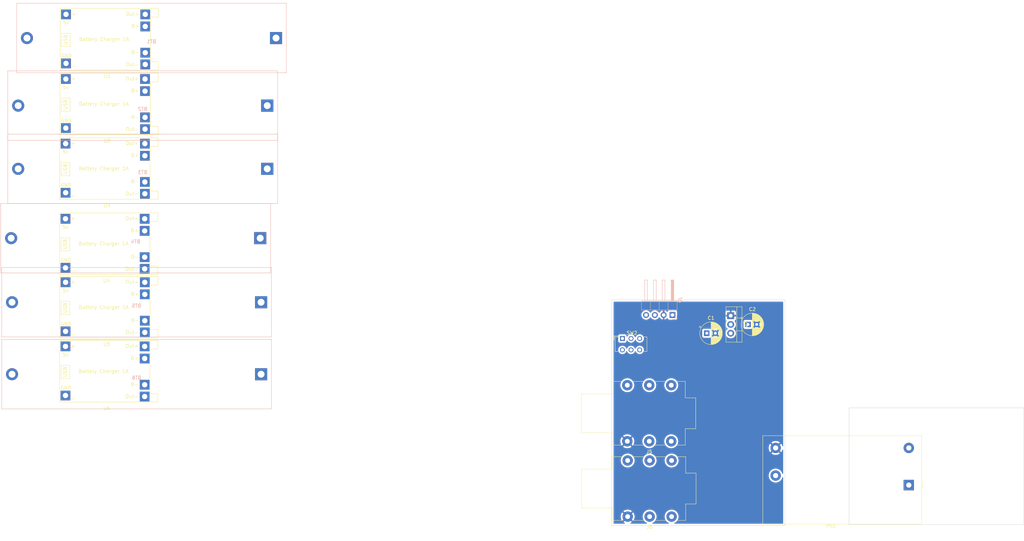
<source format=kicad_pcb>
(kicad_pcb (version 20211014) (generator pcbnew)
  (layers (0 "F.Cu" signal) (31 "B.Cu" signal) (34 "B.Paste" user) (35 "F.Paste" user) (36 "B.SilkS" user "B.Silkscreen") (37 "F.SilkS" user "F.Silkscreen") (38 "B.Mask" user) (39 "F.Mask" user) (44 "Edge.Cuts" user))
  (net 0 "")
  (net 3 "Net-(U1-Pad4)")
  (net 6 "GND")
  (net 9 "Net-(U4-Pad4)")
  (net 12 "Net-(U5-Pad4)")
  (net 20 "Audio_L")
  (net 25 "Audio_R")
  (net 27 "+12VA")
  (net 28 "GNDA")
  (net 29 "-12VA")
  (net 30 "-12V")
  (net 31 "+4V")
  (net 32 "+12V")
  (net 33 "+3V3")
  (net 34 "Net-(J7-Pad1)")
  (net 37 "Net-(J7-Pad3)")
  (net 38 "Net-(BT1-Pad1)")
  (net 39 "Net-(BT1-Pad2)")
  (net 40 "Net-(BT2-Pad1)")
  (net 41 "Net-(BT2-Pad2)")
  (net 42 "Net-(BT3-Pad1)")
  (net 43 "Net-(BT3-Pad2)")
  (net 44 "Net-(BT4-Pad1)")
  (net 45 "Net-(BT4-Pad2)")
  (net 46 "Net-(BT5-Pad1)")
  (net 47 "Net-(BT5-Pad2)")
  (net 48 "Net-(BT6-Pad1)")
  (net 49 "Net-(BT6-Pad2)")
  (net 50 "Net-(C1-Pad1)")
  (net 51 "GNDPWR")
  (net 52 "AC")
  (net 53 "+5V")
  (net 54 "Net-(J8-Pad3)")
  (footprint "Package_TO_SOT_THT:TO-220-3_Vertical" (layer "F.Cu") (at 108.529 89.916 -90)
    (fp_text reference "U7" (at 2.54 -4.27 90) (layer "F.SilkS"))
    (fp_text value "LD1086V33-DG")
    (pad "1" thru_hole rect (at 0 0 270) (size 1.905 2) (drill 1.1) (layers *.Cu *.Mask) (net 6 "GND"))
    (pad "2" thru_hole oval (at 2.54 0 270) (size 1.905 2) (drill 1.1) (layers *.Cu *.Mask) (net 33 "+3V3"))
    (pad "3" thru_hole oval (at 5.08 0 270) (size 1.905 2) (drill 1.1) (layers *.Cu *.Mask) (net 50 "Net-(C1-Pad1)"))
  )
  (footprint "tp4056:TP4056" (layer "F.Cu") (at -85.3849 19.7371)
    (fp_text reference "U2" (at 13.6 19.6) (layer "F.SilkS"))
    (fp_text value "TP4056")
    (fp_text user "Out-" (at 20.9 16.2) (layer "F.SilkS"))
    (fp_text user "Battery Charger 1A" (at 12.7 8.9) (layer "F.SilkS"))
    (fp_text user "B+" (at 21.7 5.1) (layer "F.SilkS"))
    (fp_text user "B-" (at 21.7 12.7) (layer "F.SilkS"))
    (fp_text user "Out+" (at 20.9 1.6) (layer "F.SilkS"))
    (fp_text user "USB" (at 1.6 9.1 90) (layer "F.SilkS"))
    (fp_text user "+" (at 3.9 1.6) (layer "F.SilkS"))
    (fp_text user "5v" (at 1.7 4.1) (layer "F.SilkS"))
    (fp_text user "-" (at 4 16.8) (layer "F.SilkS"))
    (fp_text user "GND" (at 1.8 13.7) (layer "F.SilkS"))
    (pad "1" thru_hole rect locked (at 1.7 1.7) (size 2.8 2.8) (drill 1.54) (layers *.Cu *.Mask))
    (pad "2" thru_hole rect locked (at 1.7 15.9) (size 2.8 2.8) (drill 1.54) (layers *.Cu *.Mask))
    (pad "3" thru_hole rect locked (at 24.6 1.7) (size 2.8 2.8) (drill 1.54) (layers *.Cu *.Mask) (net 3 "Net-(U1-Pad4)"))
    (pad "4" thru_hole rect locked (at 24.6 16.2) (size 2.8 2.8) (drill 1.54) (layers *.Cu *.Mask) (net 54 "Net-(J8-Pad3)"))
    (pad "5" thru_hole rect locked (at 24.6 5.2) (size 2.8 2.8) (drill 1.54) (layers *.Cu *.Mask) (net 40 "Net-(BT2-Pad1)"))
    (pad "6" thru_hole rect locked (at 24.6 12.8) (size 2.8 2.8) (drill 1.54) (layers *.Cu *.Mask) (net 41 "Net-(BT2-Pad2)"))
  )
  (footprint "tp4056:TP4056" (layer "F.Cu") (at -85.3242 1.0186)
    (fp_text reference "U1" (at 13.6 19.6) (layer "F.SilkS"))
    (fp_text value "TP4056")
    (fp_text user "-" (at 4 16.8) (layer "F.SilkS"))
    (fp_text user "B+" (at 21.7 5.1) (layer "F.SilkS"))
    (fp_text user "GND" (at 1.8 13.7) (layer "F.SilkS"))
    (fp_text user "USB" (at 1.6 9.1 90) (layer "F.SilkS"))
    (fp_text user "Out-" (at 20.9 16.2) (layer "F.SilkS"))
    (fp_text user "5v" (at 1.7 4.1) (layer "F.SilkS"))
    (fp_text user "Battery Charger 1A" (at 12.7 8.9) (layer "F.SilkS"))
    (fp_text user "B-" (at 21.7 12.7) (layer "F.SilkS"))
    (fp_text user "Out+" (at 20.9 1.6) (layer "F.SilkS"))
    (fp_text user "+" (at 3.9 1.6) (layer "F.SilkS"))
    (pad "1" thru_hole rect locked (at 1.7 1.7) (size 2.8 2.8) (drill 1.54) (layers F&B.Cu *.Mask))
    (pad "2" thru_hole rect locked (at 1.7 15.9) (size 2.8 2.8) (drill 1.54) (layers F&B.Cu *.Mask))
    (pad "3" thru_hole rect locked (at 24.6 1.7) (size 2.8 2.8) (drill 1.54) (layers F&B.Cu *.Mask) (net 27 "+12VA"))
    (pad "4" thru_hole rect locked (at 24.6 16.2) (size 2.8 2.8) (drill 1.54) (layers F&B.Cu *.Mask) (net 3 "Net-(U1-Pad4)"))
    (pad "5" thru_hole rect locked (at 24.6 5.2) (size 2.8 2.8) (drill 1.54) (layers F&B.Cu *.Mask) (net 38 "Net-(BT1-Pad1)"))
    (pad "6" thru_hole rect locked (at 24.6 12.8) (size 2.8 2.8) (drill 1.54) (layers F&B.Cu *.Mask) (net 39 "Net-(BT1-Pad2)"))
  )
  (footprint "Capacitor_THT:CP_Radial_D6.3mm_P2.50mm" (layer "F.Cu") (at 113.538 92.456)
    (fp_text reference "C2" (at 1.25 -4.4) (layer "F.SilkS"))
    (fp_text value "C_Polarized")
    (pad "1" thru_hole rect (at 0 0) (size 1.6 1.6) (drill 0.8) (layers *.Cu *.Mask) (net 33 "+3V3"))
    (pad "2" thru_hole circle (at 2.5 0) (size 1.6 1.6) (drill 0.8) (layers *.Cu *.Mask) (net 6 "GND"))
  )
  (footprint "Button_Switch_THT:SW_CuK_JS202011CQN_DPDT_Straight" (layer "F.Cu") (at 77.216 96.52)
    (fp_text reference "SW2" (at 2.75 -1.6) (layer "F.SilkS"))
    (fp_text value "Enable Amp")
    (pad "1" thru_hole rect (at 0 0) (size 1.4 1.4) (drill 0.9) (layers *.Cu *.Mask) (net 34 "Net-(J7-Pad1)"))
    (pad "2" thru_hole circle (at 2.5 0) (size 1.4 1.4) (drill 0.9) (layers *.Cu *.Mask) (net 32 "+12V"))
    (pad "3" thru_hole circle (at 5 0) (size 1.4 1.4) (drill 0.9) (layers *.Cu *.Mask))
    (pad "4" thru_hole circle (at 0 3.3) (size 1.4 1.4) (drill 0.9) (layers *.Cu *.Mask))
    (pad "5" thru_hole circle (at 2.5 3.3) (size 1.4 1.4) (drill 0.9) (layers *.Cu *.Mask) (net 30 "-12V"))
    (pad "6" thru_hole circle (at 5 3.3) (size 1.4 1.4) (drill 0.9) (layers *.Cu *.Mask) (net 37 "Net-(J7-Pad3)"))
  )
  (footprint "tp4056:TP4056" (layer "F.Cu") (at -85.4865 60.1739)
    (fp_text reference "U4" (at 13.6 19.6) (layer "F.SilkS"))
    (fp_text value "TP4056")
    (fp_text user "GND" (at 1.8 13.7) (layer "F.SilkS"))
    (fp_text user "Out-" (at 20.9 16.2) (layer "F.SilkS"))
    (fp_text user "USB" (at 1.6 9.1 90) (layer "F.SilkS"))
    (fp_text user "-" (at 4 16.8) (layer "F.SilkS"))
    (fp_text user "5v" (at 1.7 4.1) (layer "F.SilkS"))
    (fp_text user "Out+" (at 20.9 1.6) (layer "F.SilkS"))
    (fp_text user "Battery Charger 1A" (at 12.7 8.9) (layer "F.SilkS"))
    (fp_text user "B+" (at 21.7 5.1) (layer "F.SilkS"))
    (fp_text user "+" (at 3.9 1.6) (layer "F.SilkS"))
    (fp_text user "B-" (at 21.7 12.7) (layer "F.SilkS"))
    (pad "1" thru_hole rect locked (at 1.7 1.7) (size 2.8 2.8) (drill 1.54) (layers *.Cu *.Mask))
    (pad "2" thru_hole rect locked (at 1.7 15.9) (size 2.8 2.8) (drill 1.54) (layers *.Cu *.Mask))
    (pad "3" thru_hole rect locked (at 24.6 1.7) (size 2.8 2.8) (drill 1.54) (layers *.Cu *.Mask) (net 28 "GNDA"))
    (pad "4" thru_hole rect locked (at 24.6 16.2) (size 2.8 2.8) (drill 1.54) (layers *.Cu *.Mask) (net 9 "Net-(U4-Pad4)"))
    (pad "5" thru_hole rect locked (at 24.6 5.2) (size 2.8 2.8) (drill 1.54) (layers *.Cu *.Mask) (net 44 "Net-(BT4-Pad1)"))
    (pad "6" thru_hole rect locked (at 24.6 12.8) (size 2.8 2.8) (drill 1.54) (layers *.Cu *.Mask) (net 45 "Net-(BT4-Pad2)"))
  )
  (footprint "tp4056:TP4056" (layer "F.Cu") (at -85.453 78.559)
    (fp_text reference "U5" (at 13.6 19.6) (layer "F.SilkS"))
    (fp_text value "TP4056")
    (fp_text user "+" (at 3.9 1.6) (layer "F.SilkS"))
    (fp_text user "Out-" (at 20.9 16.2) (layer "F.SilkS"))
    (fp_text user "B+" (at 21.7 5.1) (layer "F.SilkS"))
    (fp_text user "GND" (at 1.8 13.7) (layer "F.SilkS"))
    (fp_text user "USB" (at 1.6 9.1 90) (layer "F.SilkS"))
    (fp_text user "Battery Charger 1A" (at 12.7 8.9) (layer "F.SilkS"))
    (fp_text user "Out+" (at 20.9 1.6) (layer "F.SilkS"))
    (fp_text user "B-" (at 21.7 12.7) (layer "F.SilkS"))
    (fp_text user "-" (at 4 16.8) (layer "F.SilkS"))
    (fp_text user "5v" (at 1.7 4.1) (layer "F.SilkS"))
    (pad "1" thru_hole rect locked (at 1.7 1.7) (size 2.8 2.8) (drill 1.54) (layers *.Cu *.Mask))
    (pad "2" thru_hole rect locked (at 1.7 15.9) (size 2.8 2.8) (drill 1.54) (layers *.Cu *.Mask))
    (pad "3" thru_hole rect locked (at 24.6 1.7) (size 2.8 2.8) (drill 1.54) (layers *.Cu *.Mask) (net 9 "Net-(U4-Pad4)"))
    (pad "4" thru_hole rect locked (at 24.6 16.2) (size 2.8 2.8) (drill 1.54) (layers *.Cu *.Mask) (net 12 "Net-(U5-Pad4)"))
    (pad "5" thru_hole rect locked (at 24.6 5.2) (size 2.8 2.8) (drill 1.54) (layers *.Cu *.Mask) (net 46 "Net-(BT5-Pad1)"))
    (pad "6" thru_hole rect locked (at 24.6 12.8) (size 2.8 2.8) (drill 1.54) (layers *.Cu *.Mask) (net 47 "Net-(BT5-Pad2)"))
  )
  (footprint "Converter_ACDC:Converter_ACDC_MeanWell_IRM-05-xx_THT" (layer "F.Cu") (at 160.02 138.938 180)
    (fp_text reference "PS1" (at 22.42 -11.88) (layer "F.SilkS"))
    (fp_text value "IRM-05-5")
    (pad "1" thru_hole rect (at 0 0 180) (size 3 3) (drill 1.5) (layers *.Cu *.Mask) (net 51 "GNDPWR"))
    (pad "2" thru_hole circle (at 0 10.75 180) (size 3 3) (drill 1.5) (layers *.Cu *.Mask) (net 52 "AC"))
    (pad "3" thru_hole circle (at 38.5 10.75 180) (size 3 3) (drill 1.5) (layers *.Cu *.Mask) (net 6 "GND"))
    (pad "4" thru_hole circle (at 38.5 2.75 180) (size 3 3) (drill 1.5) (layers *.Cu *.Mask) (net 53 "+5V"))
  )
  (footprint "tp4056:TP4056" (layer "F.Cu") (at -85.4357 38.4315)
    (fp_text reference "U3" (at 13.6 19.6) (layer "F.SilkS"))
    (fp_text value "TP4056")
    (fp_text user "B+" (at 21.7 5.1) (layer "F.SilkS"))
    (fp_text user "-" (at 4 16.8) (layer "F.SilkS"))
    (fp_text user "+" (at 3.9 1.6) (layer "F.SilkS"))
    (fp_text user "Out-" (at 20.9 16.2) (layer "F.SilkS"))
    (fp_text user "USB" (at 1.6 9.1 90) (layer "F.SilkS"))
    (fp_text user "5v" (at 1.7 4.1) (layer "F.SilkS"))
    (fp_text user "B-" (at 21.7 12.7) (layer "F.SilkS"))
    (fp_text user "Out+" (at 20.9 1.6) (layer "F.SilkS"))
    (fp_text user "GND" (at 1.8 13.7) (layer "F.SilkS"))
    (fp_text user "Battery Charger 1A" (at 12.7 8.9) (layer "F.SilkS"))
    (pad "1" thru_hole rect locked (at 1.7 1.7) (size 2.8 2.8) (drill 1.54) (layers *.Cu *.Mask))
    (pad "2" thru_hole rect locked (at 1.7 15.9) (size 2.8 2.8) (drill 1.54) (layers *.Cu *.Mask))
    (pad "3" thru_hole rect locked (at 24.6 1.7) (size 2.8 2.8) (drill 1.54) (layers *.Cu *.Mask) (net 54 "Net-(J8-Pad3)"))
    (pad "4" thru_hole rect locked (at 24.6 16.2) (size 2.8 2.8) (drill 1.54) (layers *.Cu *.Mask) (net 28 "GNDA"))
    (pad "5" thru_hole rect locked (at 24.6 5.2) (size 2.8 2.8) (drill 1.54) (layers *.Cu *.Mask) (net 42 "Net-(BT3-Pad1)"))
    (pad "6" thru_hole rect locked (at 24.6 12.8) (size 2.8 2.8) (drill 1.54) (layers *.Cu *.Mask) (net 43 "Net-(BT3-Pad2)"))
  )
  (footprint "Connector_Audio:Jack_6.35mm_Neutrik_NMJ6HHD2_Horizontal" (layer "F.Cu") (at 91.44 148.056 180)
    (fp_text reference "J6" (at 6.35 -3) (layer "F.SilkS"))
    (fp_text value "Right")
    (pad "R" thru_hole circle (at 6.35 0 180) (size 3 3) (drill 1.4) (layers *.Cu *.Mask))
    (pad "RN" thru_hole circle (at 6.35 16.23 180) (size 3 3) (drill 1.4) (layers *.Cu *.Mask))
    (pad "S" thru_hole circle (at 12.7 0 180) (size 3 3) (drill 1.4) (layers *.Cu *.Mask) (net 6 "GND"))
    (pad "SN" thru_hole circle (at 12.7 16.23 180) (size 3 3) (drill 1.4) (layers *.Cu *.Mask))
    (pad "T" thru_hole circle (at 0 0 180) (size 3 3) (drill 1.4) (layers *.Cu *.Mask) (net 25 "Audio_R"))
    (pad "TN" thru_hole circle (at 0 16.23 180) (size 3 3) (drill 1.4) (layers *.Cu *.Mask))
  )
  (footprint "Capacitor_THT:CP_Radial_D6.3mm_P2.50mm" (layer "F.Cu") (at 101.6 94.996)
    (fp_text reference "C1" (at 1.25 -4.4) (layer "F.SilkS"))
    (fp_text value "C_Polarized")
    (pad "1" thru_hole rect (at 0 0) (size 1.6 1.6) (drill 0.8) (layers *.Cu *.Mask) (net 50 "Net-(C1-Pad1)"))
    (pad "2" thru_hole circle (at 2.5 0) (size 1.6 1.6) (drill 0.8) (layers *.Cu *.Mask) (net 6 "GND"))
  )
  (footprint "Connector_Audio:Jack_6.35mm_Neutrik_NMJ6HHD2_Horizontal" (layer "F.Cu") (at 91.3384 126.2628 180)
    (fp_text reference "J5" (at 6.35 -3) (layer "F.SilkS"))
    (fp_text value "Left")
    (pad "R" thru_hole circle (at 6.35 0 180) (size 3 3) (drill 1.4) (layers *.Cu *.Mask))
    (pad "RN" thru_hole circle (at 6.35 16.23 180) (size 3 3) (drill 1.4) (layers *.Cu *.Mask))
    (pad "S" thru_hole circle (at 12.7 0 180) (size 3 3) (drill 1.4) (layers *.Cu *.Mask) (net 6 "GND"))
    (pad "SN" thru_hole circle (at 12.7 16.23 180) (size 3 3) (drill 1.4) (layers *.Cu *.Mask))
    (pad "T" thru_hole circle (at 0 0 180) (size 3 3) (drill 1.4) (layers *.Cu *.Mask) (net 20 "Audio_L"))
    (pad "TN" thru_hole circle (at 0 16.23 180) (size 3 3) (drill 1.4) (layers *.Cu *.Mask))
  )
  (footprint "tp4056:TP4056" (layer "F.Cu") (at -85.4865 97.1055)
    (fp_text reference "U6" (at 13.6 19.6) (layer "F.SilkS"))
    (fp_text value "TP4056")
    (fp_text user "-" (at 4 16.8) (layer "F.SilkS"))
    (fp_text user "Out-" (at 20.9 16.2) (layer "F.SilkS"))
    (fp_text user "GND" (at 1.8 13.7) (layer "F.SilkS"))
    (fp_text user "5v" (at 1.7 4.1) (layer "F.SilkS"))
    (fp_text user "USB" (at 1.6 9.1 90) (layer "F.SilkS"))
    (fp_text user "B+" (at 21.7 5.1) (layer "F.SilkS"))
    (fp_text user "Battery Charger 1A" (at 12.7 8.9) (layer "F.SilkS"))
    (fp_text user "B-" (at 21.7 12.7) (layer "F.SilkS"))
    (fp_text user "Out+" (at 20.9 1.6) (layer "F.SilkS"))
    (fp_text user "+" (at 3.9 1.6) (layer "F.SilkS"))
    (pad "1" thru_hole rect locked (at 1.7 1.7) (size 2.8 2.8) (drill 1.54) (layers *.Cu *.Mask))
    (pad "2" thru_hole rect locked (at 1.7 15.9) (size 2.8 2.8) (drill 1.54) (layers *.Cu *.Mask))
    (pad "3" thru_hole rect locked (at 24.6 1.7) (size 2.8 2.8) (drill 1.54) (layers *.Cu *.Mask) (net 12 "Net-(U5-Pad4)"))
    (pad "4" thru_hole rect locked (at 24.6 16.2) (size 2.8 2.8) (drill 1.54) (layers *.Cu *.Mask) (net 29 "-12VA"))
    (pad "5" thru_hole rect locked (at 24.6 5.2) (size 2.8 2.8) (drill 1.54) (layers *.Cu *.Mask) (net 48 "Net-(BT6-Pad1)"))
    (pad "6" thru_hole rect locked (at 24.6 12.8) (size 2.8 2.8) (drill 1.54) (layers *.Cu *.Mask) (net 49 "Net-(BT6-Pad2)"))
  )
  (footprint "Battery:BatteryHolder_MPD_BH-18650-PC2" (layer "B.Cu") (at -27.2361 86.0311 180)
    (fp_text reference "BT5" (at 36 -1) (layer "B.SilkS") (effects (justify mirror)))
    (fp_text value "Battery_Cell")
    (pad "" np_thru_hole circle (at 64.255 0 180) (size 3.2 3.2) (drill 3.2) (layers *.Cu *.Mask))
    (pad "" np_thru_hole circle (at 8.645 0 180) (size 3.2 3.2) (drill 3.2) (layers *.Cu *.Mask))
    (pad "1" thru_hole rect (at 0 0 180) (size 3.5 3.5) (drill 2) (layers *.Cu *.Mask) (net 46 "Net-(BT5-Pad1)"))
    (pad "2" thru_hole circle (at 72 0 180) (size 3.5 3.5) (drill 2) (layers *.Cu *.Mask) (net 47 "Net-(BT5-Pad2)"))
  )
  (footprint "Battery:BatteryHolder_MPD_BH-18650-PC2" (layer "B.Cu") (at -25.4581 29.1351 180)
    (fp_text reference "BT2" (at 36 -1) (layer "B.SilkS") (effects (justify mirror)))
    (fp_text value "Battery_Cell")
    (pad "" np_thru_hole circle (at 64.255 0 180) (size 3.2 3.2) (drill 3.2) (layers *.Cu *.Mask))
    (pad "" np_thru_hole circle (at 8.645 0 180) (size 3.2 3.2) (drill 3.2) (layers *.Cu *.Mask))
    (pad "1" thru_hole rect (at 0 0 180) (size 3.5 3.5) (drill 2) (layers *.Cu *.Mask) (net 40 "Net-(BT2-Pad1)"))
    (pad "2" thru_hole circle (at 72 0 180) (size 3.5 3.5) (drill 2) (layers *.Cu *.Mask) (net 41 "Net-(BT2-Pad2)"))
  )
  (footprint "Battery:BatteryHolder_MPD_BH-18650-PC2" (layer "B.Cu") (at -27.2361 106.8591 180)
    (fp_text reference "BT6" (at 36 -1) (layer "B.SilkS") (effects (justify mirror)))
    (fp_text value "Battery_Cell")
    (pad "" np_thru_hole circle (at 64.255 0 180) (size 3.2 3.2) (drill 3.2) (layers *.Cu *.Mask))
    (pad "" np_thru_hole circle (at 8.645 0 180) (size 3.2 3.2) (drill 3.2) (layers *.Cu *.Mask))
    (pad "1" thru_hole rect (at 0 0 180) (size 3.5 3.5) (drill 2) (layers *.Cu *.Mask) (net 48 "Net-(BT6-Pad1)"))
    (pad "2" thru_hole circle (at 72 0 180) (size 3.5 3.5) (drill 2) (layers *.Cu *.Mask) (net 49 "Net-(BT6-Pad2)"))
  )
  (footprint "Battery:BatteryHolder_MPD_BH-18650-PC2" (layer "B.Cu") (at -25.4581 47.4231 180)
    (fp_text reference "BT3" (at 36 -1) (layer "B.SilkS") (effects (justify mirror)))
    (fp_text value "Battery_Cell")
    (pad "" np_thru_hole circle (at 8.645 0 180) (size 3.2 3.2) (drill 3.2) (layers *.Cu *.Mask))
    (pad "" np_thru_hole circle (at 64.255 0 180) (size 3.2 3.2) (drill 3.2) (layers *.Cu *.Mask))
    (pad "1" thru_hole rect (at 0 0 180) (size 3.5 3.5) (drill 2) (layers *.Cu *.Mask) (net 42 "Net-(BT3-Pad1)"))
    (pad "2" thru_hole circle (at 72 0 180) (size 3.5 3.5) (drill 2) (layers *.Cu *.Mask) (net 43 "Net-(BT3-Pad2)"))
  )
  (footprint "Battery:BatteryHolder_MPD_BH-18650-PC2" (layer "B.Cu") (at -27.4901 67.4891 180)
    (fp_text reference "BT4" (at 36 -1) (layer "B.SilkS") (effects (justify mirror)))
    (fp_text value "Battery_Cell")
    (pad "" np_thru_hole circle (at 8.645 0 180) (size 3.2 3.2) (drill 3.2) (layers *.Cu *.Mask))
    (pad "" np_thru_hole circle (at 64.255 0 180) (size 3.2 3.2) (drill 3.2) (layers *.Cu *.Mask))
    (pad "1" thru_hole rect (at 0 0 180) (size 3.5 3.5) (drill 2) (layers *.Cu *.Mask) (net 44 "Net-(BT4-Pad1)"))
    (pad "2" thru_hole circle (at 72 0 180) (size 3.5 3.5) (drill 2) (layers *.Cu *.Mask) (net 45 "Net-(BT4-Pad2)"))
  )
  (footprint "Connector_PinHeader_2.54mm:PinHeader_1x04_P2.54mm_Horizontal" (layer "B.Cu") (at 91.684 89.719 90)
    (fp_text reference "J9" (at 4.385 2.27 90) (layer "B.SilkS") (effects (justify mirror)))
    (fp_text value "Power Inlet")
    (pad "1" thru_hole rect (at 0 0 90) (size 1.7 1.7) (drill 1) (layers *.Cu *.Mask) (net 30 "-12V"))
    (pad "2" thru_hole oval (at 0 -2.54 90) (size 1.7 1.7) (drill 1) (layers *.Cu *.Mask) (net 6 "GND"))
    (pad "3" thru_hole oval (at 0 -5.08 90) (size 1.7 1.7) (drill 1) (layers *.Cu *.Mask) (net 31 "+4V"))
    (pad "4" thru_hole oval (at 0 -7.62 90) (size 1.7 1.7) (drill 1) (layers *.Cu *.Mask) (net 32 "+12V"))
  )
  (footprint "Battery:BatteryHolder_MPD_BH-18650-PC2" (layer "B.Cu") (at -22.9181 9.5771 180)
    (fp_text reference "BT1" (at 36 -1) (layer "B.SilkS") (effects (justify mirror)))
    (fp_text value "Battery_Cell")
    (pad "" np_thru_hole circle (at 8.645 0 180) (size 3.2 3.2) (drill 3.2) (layers *.Cu *.Mask))
    (pad "" np_thru_hole circle (at 64.255 0 180) (size 3.2 3.2) (drill 3.2) (layers *.Cu *.Mask))
    (pad "1" thru_hole rect (at 0 0 180) (size 3.5 3.5) (drill 2) (layers *.Cu *.Mask) (net 38 "Net-(BT1-Pad1)"))
    (pad "2" thru_hole circle (at 72 0 180) (size 3.5 3.5) (drill 2) (layers *.Cu *.Mask) (net 39 "Net-(BT1-Pad2)"))
  )
  (gr_rect (start 74.168 85.344) (end 124.206 150.622) (layer "Edge.Cuts") (width 0.1) (fill none))
  (gr_rect (start 142.748 150.368) (end 193.294 116.586) (layer "Edge.Cuts") (width 0.1) (fill none))
  (zone (net 6) (net_name "GND") (layer "B.Cu") (connect_pads (clearance 0.508)) (min_thickness 0.254) (fill yes (thermal_gap 0.508) (thermal_bridge_width 0.508))
    (polygon (pts (xy 131.064 155.194) (xy 58.166 155.194) (xy 58.166 76.454) (xy 131.064 76.454)))
  )
)
</source>
